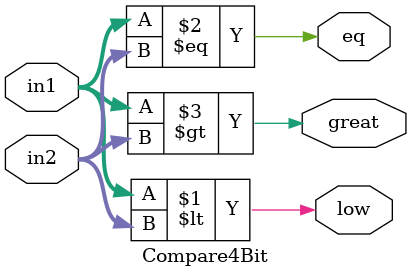
<source format=sv>

module Compare4Bit (low, eq, great, in1, in2) ;

    output low, eq, great;
    input[3:0] in1, in2;

    assign low = in1 < in2;
    assign eq = (in1 == in2);
    assign great = in1 > in2;

endmodule

// no testbech because this code is to program an fpga
// refer to the Pin Planner Diagram readme file

</source>
